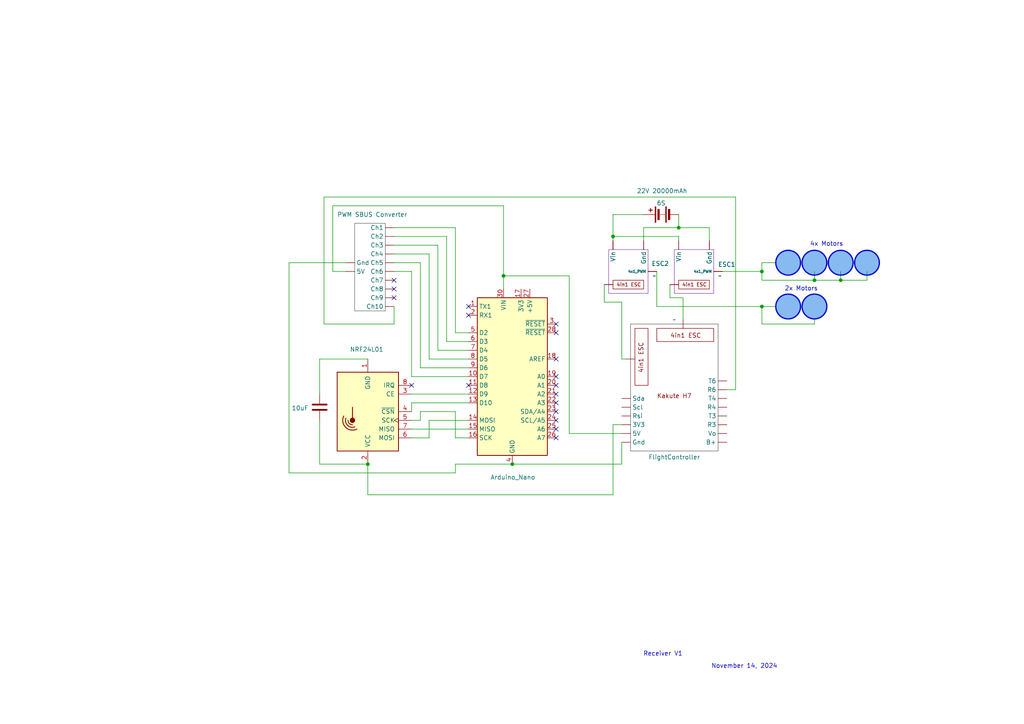
<source format=kicad_sch>
(kicad_sch (version 20231120) (generator "eeschema") (generator_version "8.0")
  (paper "A4")
  (lib_symbols
    (symbol "Device:Battery" (pin_numbers hide) (pin_names (offset 0) hide)
      (property "Reference" "BT" (at 2.54 2.54 0))
      (property "Value" "Battery" (at 2.54 0 0))
      (symbol "Battery_0_1"
        (rectangle (start -2.286 -1.27) (end 2.286 -1.524) (fill (type outline)))
        (rectangle (start -2.286 1.778) (end 2.286 1.524) (fill (type outline)))
        (rectangle (start -1.524 -2.032) (end 1.524 -2.54) (fill (type outline)))
        (rectangle (start -1.524 1.016) (end 1.524 0.508) (fill (type outline)))
        (polyline (pts (xy 0 -1.016) (xy 0 -0.762)))
        (polyline (pts (xy 0 -0.508) (xy 0 -0.254)))
        (polyline (pts (xy 0 0) (xy 0 0.254)))
        (polyline (pts (xy 0 1.778) (xy 0 2.54)))
        (polyline (pts (xy 0.762 3.048) (xy 1.778 3.048)) (stroke (width 0.254)))
        (polyline (pts (xy 1.27 3.556) (xy 1.27 2.54)) (stroke (width 0.254)))
      )
      (symbol "Battery_1_1"
        (pin passive line (at 0 5.08 270) (length 2.54) (name "+") (number "1"))
        (pin passive line (at 0 -5.08 90) (length 2.54) (name "-") (number "2"))
      )
    )
    (symbol "Device:C" (pin_numbers hide) (pin_names (offset 0.254))
      (property "Reference" "C" (at 0.635 2.54 0))
      (property "Value" "C" (at 0.635 -2.54 0))
      (symbol "C_0_1"
        (polyline (pts (xy -2.032 -0.762) (xy 2.032 -0.762)) (stroke (width 0.508)))
        (polyline (pts (xy -2.032 0.762) (xy 2.032 0.762)) (stroke (width 0.508)))
      )
      (symbol "C_1_1"
        (pin passive line (at 0 3.81 270) (length 2.794) (name "~") (number "1"))
        (pin passive line (at 0 -3.81 90) (length 2.794) (name "~") (number "2"))
      )
    )
    (symbol "MCU_Module:Arduino_Nano_Every"
      (property "Reference" "A" (at -10.16 23.495 0))
      (property "Value" "Arduino_Nano_Every" (at 5.08 -24.13 0))
      (symbol "Arduino_Nano_Every_0_1"
        (rectangle (start -10.16 22.86) (end 10.16 -22.86) (stroke (width 0.254)) (fill (type background)))
      )
      (symbol "Arduino_Nano_Every_1_1"
        (pin bidirectional line (at -12.7 20.32 0) (length 2.54) (name "TX1") (number "1"))
        (pin bidirectional line (at -12.7 0 0) (length 2.54) (name "D7") (number "10"))
        (pin bidirectional line (at -12.7 -2.54 0) (length 2.54) (name "D8") (number "11"))
        (pin bidirectional line (at -12.7 -5.08 0) (length 2.54) (name "D9") (number "12"))
        (pin bidirectional line (at -12.7 -7.62 0) (length 2.54) (name "D10") (number "13"))
        (pin bidirectional line (at -12.7 -12.7 0) (length 2.54) (name "MOSI") (number "14"))
        (pin bidirectional line (at -12.7 -15.24 0) (length 2.54) (name "MISO") (number "15"))
        (pin bidirectional line (at -12.7 -17.78 0) (length 2.54) (name "SCK") (number "16"))
        (pin power_out line (at 2.54 25.4 270) (length 2.54) (name "3V3") (number "17"))
        (pin input line (at 12.7 5.08 180) (length 2.54) (name "AREF") (number "18"))
        (pin bidirectional line (at 12.7 0 180) (length 2.54) (name "A0") (number "19"))
        (pin bidirectional line (at -12.7 17.78 0) (length 2.54) (name "RX1") (number "2"))
        (pin bidirectional line (at 12.7 -2.54 180) (length 2.54) (name "A1") (number "20"))
        (pin bidirectional line (at 12.7 -5.08 180) (length 2.54) (name "A2") (number "21"))
        (pin bidirectional line (at 12.7 -7.62 180) (length 2.54) (name "A3") (number "22"))
        (pin bidirectional line (at 12.7 -10.16 180) (length 2.54) (name "SDA/A4") (number "23"))
        (pin bidirectional line (at 12.7 -12.7 180) (length 2.54) (name "SCL/A5") (number "24"))
        (pin bidirectional line (at 12.7 -15.24 180) (length 2.54) (name "A6") (number "25"))
        (pin bidirectional line (at 12.7 -17.78 180) (length 2.54) (name "A7") (number "26"))
        (pin power_out line (at 5.08 25.4 270) (length 2.54) (name "+5V") (number "27"))
        (pin input line (at 12.7 12.7 180) (length 2.54) (name "~{RESET}") (number "28"))
        (pin passive line (at 0 -25.4 90) (length 2.54) hide (name "GND") (number "29"))
        (pin input line (at 12.7 15.24 180) (length 2.54) (name "~{RESET}") (number "3"))
        (pin power_in line (at -2.54 25.4 270) (length 2.54) (name "VIN") (number "30"))
        (pin power_in line (at 0 -25.4 90) (length 2.54) (name "GND") (number "4"))
        (pin bidirectional line (at -12.7 12.7 0) (length 2.54) (name "D2") (number "5"))
        (pin bidirectional line (at -12.7 10.16 0) (length 2.54) (name "D3") (number "6"))
        (pin bidirectional line (at -12.7 7.62 0) (length 2.54) (name "D4") (number "7"))
        (pin bidirectional line (at -12.7 5.08 0) (length 2.54) (name "D5") (number "8"))
        (pin bidirectional line (at -12.7 2.54 0) (length 2.54) (name "D6") (number "9"))
      )
    )
    (symbol "RF:NRF24L01_Breakout" (pin_names (offset 1.016))
      (property "Reference" "U" (at -8.89 12.7 0))
      (property "Value" "NRF24L01_Breakout" (at 3.81 12.7 0))
      (symbol "NRF24L01_Breakout_0_1"
        (rectangle (start -8.89 11.43) (end 8.89 -11.43) (stroke (width 0.254)) (fill (type background)))
        (polyline (pts (xy 4.445 1.905) (xy 4.445 -1.27)) (stroke (width 0.254)))
        (circle (center 4.445 2.54) (radius 0.635) (stroke (width 0.254)) (fill (type outline)))
        (arc (start 5.715 2.54) (mid 5.3521 3.4546) (end 4.445 3.81) (stroke (width 0.254)))
        (arc (start 6.35 1.905) (mid 5.8763 3.9854) (end 3.81 4.445) (stroke (width 0.254)))
        (arc (start 6.985 1.27) (mid 6.453 4.548) (end 3.175 5.08) (stroke (width 0.254)))
      )
      (symbol "NRF24L01_Breakout_1_1"
        (pin power_in line (at 0 -15.24 90) (length 3.81) (name "GND") (number "1"))
        (pin power_in line (at 0 15.24 270) (length 3.81) (name "VCC") (number "2"))
        (pin input line (at -12.7 -5.08 0) (length 3.81) (name "CE") (number "3"))
        (pin input line (at -12.7 0 0) (length 3.81) (name "~{CSN}") (number "4"))
        (pin input clock (at -12.7 2.54 0) (length 3.81) (name "SCK") (number "5"))
        (pin input line (at -12.7 7.62 0) (length 3.81) (name "MOSI") (number "6"))
        (pin output line (at -12.7 5.08 0) (length 3.81) (name "MISO") (number "7"))
        (pin output line (at -12.7 -7.62 0) (length 3.81) (name "IRQ") (number "8"))
      )
    )
    (symbol "SPCD_custom:ESC"
      (property "Reference" "ESC" (at 0 2.54 0))
      (symbol "ESC_1_1"
        (rectangle (start -6.35 6.35) (end 6.35 -5.08) (stroke (width 0) (color 140 69 172 1)))
        (rectangle (start -5.08 5.08) (end -2.54 -3.81))
        (text "4in1 ESC\n" (at -3.81 0.508 900) (effects (font (size 1.016 1.016))))
        (pin input line (at -3.81 7.62 270) (length 2.54) (name "") (number ""))
        (pin input line (at 0 -7.62 90) (length 2.54) (name "4x1_PWM") (number ""))
        (pin input line (at 8.89 -3.81 180) (length 2.54) (name "Gnd") (number ""))
        (pin input line (at 8.89 5.08 180) (length 2.54) (name "Vin") (number ""))
      )
    )
    (symbol "SPCD_custom:Kakute_H7"
      (property "Reference" "FC" (at 0 17.78 0))
      (symbol "Kakute_H7_1_1"
        (rectangle (start -12.7 16.51) (end 12.7 -20.32) (stroke (width 0) (color 99 99 99 1)))
        (rectangle (start -11.43 -19.05) (end 5.08 -15.24))
        (rectangle (start 7.62 -2.54) (end 11.43 -19.05))
        (text "4in1 ESC" (at -3.302 -17.018 0) (effects (font (size 1.27 1.27))))
        (text "4in1 ESC" (at 9.652 -10.668 900) (effects (font (size 1.27 1.27))))
        (text "Kakute H7" (at 0 0.508 0) (effects (font (size 1.27 1.27))))
        (pin input line (at -2.54 -21.59 90) (length 2.54) (name "") (number ""))
        (pin input line (at 13.97 -10.16 180) (length 2.54) (name "") (number ""))
        (pin input line (at 15.24 8.89 180) (length 2.54) (name "3V3") (number ""))
        (pin input line (at 15.24 11.43 180) (length 2.54) (name "5V") (number ""))
        (pin input line (at -15.24 13.97 0) (length 2.54) (name "B+") (number ""))
        (pin input line (at 15.24 13.97 180) (length 2.54) (name "Gnd") (number ""))
        (pin input line (at -15.24 8.89 0) (length 2.54) (name "R3") (number ""))
        (pin input line (at -15.24 3.81 0) (length 2.54) (name "R4") (number ""))
        (pin input line (at -15.24 -1.27 0) (length 2.54) (name "R6") (number ""))
        (pin input line (at 15.24 6.35 180) (length 2.54) (name "Rsi") (number ""))
        (pin input line (at 15.24 3.81 180) (length 2.54) (name "Scl") (number ""))
        (pin input line (at 15.24 1.27 180) (length 2.54) (name "Sda") (number ""))
        (pin input line (at -15.24 6.35 0) (length 2.54) (name "T3") (number ""))
        (pin input line (at -15.24 1.27 0) (length 2.54) (name "T4") (number ""))
        (pin input line (at -15.24 -3.81 0) (length 2.54) (name "T6") (number ""))
        (pin input line (at -15.24 11.43 0) (length 2.54) (name "Vo") (number ""))
      )
    )
    (symbol "SPCD_custom:PWM-SBUS"
      (property "Reference" "U" (at -0.762 13.97 0))
      (symbol "PWM-SBUS_1_1"
        (rectangle (start -5.08 12.7) (end 3.81 -12.7) (stroke (width 0) (color 106 106 106 1)))
        (pin input line (at -7.62 -1.27 0) (length 2.54) (name "5V") (number ""))
        (pin input line (at 6.35 11.43 180) (length 2.54) (name "Ch1") (number ""))
        (pin output line (at 6.35 -11.43 180) (length 2.54) (name "Ch10") (number ""))
        (pin input line (at 6.35 8.89 180) (length 2.54) (name "Ch2") (number ""))
        (pin input line (at 6.35 6.35 180) (length 2.54) (name "Ch3") (number ""))
        (pin input line (at 6.35 3.81 180) (length 2.54) (name "Ch4") (number ""))
        (pin input line (at 6.35 1.27 180) (length 2.54) (name "Ch5") (number ""))
        (pin input line (at 6.35 -1.27 180) (length 2.54) (name "Ch6") (number ""))
        (pin input line (at 6.35 -3.81 180) (length 2.54) (name "Ch7") (number ""))
        (pin input line (at 6.35 -6.35 180) (length 2.54) (name "Ch8") (number ""))
        (pin input line (at 6.35 -8.89 180) (length 2.54) (name "Ch9") (number ""))
        (pin input line (at -7.62 1.27 0) (length 2.54) (name "Gnd") (number ""))
      )
    )
  )
  (junction (at 236.22 81.28))
  (junction (at 243.84 81.28))
  (junction (at 220.98 88.9))
  (junction (at 220.98 78.74))
  (junction (at 148.59 134.62))
  (junction (at 106.68 134.62))
  (junction (at 146.05 80.01))
  (junction (at 177.8 68.58))
  (junction (at 196.85 66.04))
  (no_connect (at 161.29 104.14))
  (no_connect (at 161.29 124.46))
  (no_connect (at 161.29 114.3))
  (no_connect (at 161.29 93.98))
  (no_connect (at 114.3 81.28))
  (no_connect (at 161.29 96.52))
  (no_connect (at 161.29 109.22))
  (no_connect (at 161.29 121.92))
  (no_connect (at 161.29 127))
  (no_connect (at 135.89 88.9))
  (no_connect (at 119.38 111.76))
  (no_connect (at 135.89 111.76))
  (no_connect (at 135.89 91.44))
  (no_connect (at 161.29 119.38))
  (no_connect (at 161.29 116.84))
  (no_connect (at 114.3 83.82))
  (no_connect (at 161.29 111.76))
  (no_connect (at 114.3 86.36))
  (wire (pts (xy 175.26 82.55) (xy 175.26 87.63)))
  (wire (pts (xy 180.34 134.62) (xy 180.34 128.27)))
  (wire (pts (xy 124.46 104.14) (xy 124.46 73.66)))
  (wire (pts (xy 119.38 124.46) (xy 135.89 124.46)))
  (wire (pts (xy 177.8 69.85) (xy 177.8 68.58)))
  (wire (pts (xy 186.69 66.04) (xy 196.85 66.04)))
  (wire (pts (xy 132.08 119.38) (xy 132.08 127)))
  (wire (pts (xy 146.05 59.69) (xy 96.52 59.69)))
  (wire (pts (xy 114.3 68.58) (xy 129.54 68.58)))
  (wire (pts (xy 127 101.6) (xy 127 71.12)))
  (wire (pts (xy 198.12 92.71) (xy 198.12 86.36)))
  (wire (pts (xy 220.98 76.2) (xy 220.98 78.74)))
  (wire (pts (xy 165.1 80.01) (xy 146.05 80.01)))
  (wire (pts (xy 190.5 78.74) (xy 190.5 88.9)))
  (wire (pts (xy 213.36 113.03) (xy 210.82 113.03)))
  (wire (pts (xy 220.98 76.2) (xy 224.79 76.2)))
  (wire (pts (xy 119.38 114.3) (xy 135.89 114.3)))
  (wire (pts (xy 92.71 104.14) (xy 92.71 114.3)))
  (wire (pts (xy 220.98 93.98) (xy 236.22 93.98)))
  (wire (pts (xy 114.3 93.98) (xy 93.98 93.98)))
  (wire (pts (xy 119.38 116.84) (xy 119.38 119.38)))
  (wire (pts (xy 83.82 76.2) (xy 83.82 137.16)))
  (wire (pts (xy 196.85 69.85) (xy 196.85 68.58)))
  (wire (pts (xy 114.3 88.9) (xy 114.3 93.98)))
  (wire (pts (xy 135.89 99.06) (xy 129.54 99.06)))
  (wire (pts (xy 106.68 143.51) (xy 106.68 134.62)))
  (wire (pts (xy 220.98 81.28) (xy 236.22 81.28)))
  (wire (pts (xy 135.89 116.84) (xy 119.38 116.84)))
  (wire (pts (xy 132.08 127) (xy 135.89 127)))
  (wire (pts (xy 106.68 104.14) (xy 92.71 104.14)))
  (wire (pts (xy 135.89 106.68) (xy 121.92 106.68)))
  (wire (pts (xy 124.46 121.92) (xy 135.89 121.92)))
  (wire (pts (xy 243.84 78.74) (xy 243.84 81.28)))
  (wire (pts (xy 132.08 96.52) (xy 132.08 66.04)))
  (wire (pts (xy 114.3 73.66) (xy 124.46 73.66)))
  (wire (pts (xy 220.98 88.9) (xy 220.98 93.98)))
  (wire (pts (xy 177.8 143.51) (xy 106.68 143.51)))
  (wire (pts (xy 177.8 68.58) (xy 177.8 62.23)))
  (wire (pts (xy 209.55 78.74) (xy 220.98 78.74)))
  (wire (pts (xy 198.12 86.36) (xy 194.31 86.36)))
  (wire (pts (xy 114.3 71.12) (xy 127 71.12)))
  (wire (pts (xy 83.82 137.16) (xy 132.08 137.16)))
  (wire (pts (xy 180.34 104.14) (xy 180.34 87.63)))
  (wire (pts (xy 119.38 121.92) (xy 121.92 121.92)))
  (wire (pts (xy 190.5 88.9) (xy 220.98 88.9)))
  (wire (pts (xy 135.89 96.52) (xy 132.08 96.52)))
  (wire (pts (xy 106.68 134.62) (xy 92.71 134.62)))
  (wire (pts (xy 177.8 62.23) (xy 186.69 62.23)))
  (wire (pts (xy 243.84 81.28) (xy 251.46 81.28)))
  (wire (pts (xy 251.46 78.74) (xy 251.46 81.28)))
  (wire (pts (xy 119.38 109.22) (xy 119.38 78.74)))
  (wire (pts (xy 121.92 106.68) (xy 121.92 76.2)))
  (wire (pts (xy 132.08 137.16) (xy 132.08 134.62)))
  (wire (pts (xy 93.98 57.15) (xy 213.36 57.15)))
  (wire (pts (xy 132.08 66.04) (xy 114.3 66.04)))
  (wire (pts (xy 146.05 80.01) (xy 146.05 83.82)))
  (wire (pts (xy 92.71 134.62) (xy 92.71 121.92)))
  (wire (pts (xy 83.82 76.2) (xy 100.33 76.2)))
  (wire (pts (xy 96.52 78.74) (xy 100.33 78.74)))
  (wire (pts (xy 135.89 104.14) (xy 124.46 104.14)))
  (wire (pts (xy 180.34 104.14) (xy 181.61 104.14)))
  (wire (pts (xy 220.98 88.9) (xy 224.79 88.9)))
  (wire (pts (xy 124.46 127) (xy 124.46 121.92)))
  (wire (pts (xy 146.05 80.01) (xy 146.05 59.69)))
  (wire (pts (xy 236.22 92.71) (xy 236.22 93.98)))
  (wire (pts (xy 121.92 119.38) (xy 132.08 119.38)))
  (wire (pts (xy 148.59 134.62) (xy 180.34 134.62)))
  (wire (pts (xy 129.54 99.06) (xy 129.54 68.58)))
  (wire (pts (xy 186.69 69.85) (xy 186.69 66.04)))
  (wire (pts (xy 135.89 109.22) (xy 119.38 109.22)))
  (wire (pts (xy 121.92 121.92) (xy 121.92 119.38)))
  (wire (pts (xy 165.1 125.73) (xy 165.1 80.01)))
  (wire (pts (xy 220.98 78.74) (xy 220.98 81.28)))
  (wire (pts (xy 205.74 66.04) (xy 196.85 66.04)))
  (wire (pts (xy 119.38 78.74) (xy 114.3 78.74)))
  (wire (pts (xy 196.85 68.58) (xy 177.8 68.58)))
  (wire (pts (xy 96.52 59.69) (xy 96.52 78.74)))
  (wire (pts (xy 177.8 123.19) (xy 177.8 143.51)))
  (wire (pts (xy 236.22 81.28) (xy 243.84 81.28)))
  (wire (pts (xy 165.1 125.73) (xy 180.34 125.73)))
  (wire (pts (xy 121.92 76.2) (xy 114.3 76.2)))
  (wire (pts (xy 132.08 134.62) (xy 148.59 134.62)))
  (wire (pts (xy 236.22 78.74) (xy 236.22 81.28)))
  (wire (pts (xy 119.38 127) (xy 124.46 127)))
  (wire (pts (xy 213.36 57.15) (xy 213.36 113.03)))
  (wire (pts (xy 196.85 66.04) (xy 196.85 62.23)))
  (wire (pts (xy 135.89 101.6) (xy 127 101.6)))
  (wire (pts (xy 194.31 82.55) (xy 194.31 86.36)))
  (wire (pts (xy 180.34 123.19) (xy 177.8 123.19)))
  (wire (pts (xy 175.26 87.63) (xy 180.34 87.63)))
  (wire (pts (xy 205.74 69.85) (xy 205.74 66.04)))
  (wire (pts (xy 93.98 93.98) (xy 93.98 57.15)))
  (circle (center 243.84 76.2) (radius 3.5921) (stroke (width 0.381)) (fill (type color) (color 135 186 241 1)))
  (circle (center 236.22 88.9) (radius 3.5921) (stroke (width 0.381)) (fill (type color) (color 135 186 241 1)))
  (circle (center 251.46 76.2) (radius 3.5921) (stroke (width 0.381)) (fill (type color) (color 135 186 241 1)))
  (circle (center 228.6 76.2) (radius 3.5921) (stroke (width 0.381)) (fill (type color) (color 135 186 241 1)))
  (circle (center 228.6 88.9) (radius 3.5921) (stroke (width 0.381)) (fill (type color) (color 135 186 241 1)))
  (circle (center 236.22 76.2) (radius 3.5921) (stroke (width 0.381)) (fill (type color) (color 135 186 241 1)))
  (text "November 14, 2024" (at 215.9 193.294 0) (effects (font (size 1.27 1.27))))
  (text "Receiver V1" (at 192.278 189.738 0) (effects (font (size 1.27 1.27))))
  (text "2x Motors" (at 232.41 83.82 0) (effects (font (size 1.27 1.27))))
  (text "4x Motors" (at 239.776 70.866 0) (effects (font (size 1.27 1.27))))
  (symbol (lib_name "SPCD_custom:ESC") (lib_id "SPCD_custom:ESC") (at 201.93 78.74 90) (unit 1)
    (property "Reference" "ESC1" (at 208.28 76.708 90) (effects (justify right)))
    (property "Value" "~" (at 208.28 80.01 90) (effects (justify right)))
  )
  (symbol (lib_id "MCU_Module:Arduino_Nano_Every") (at 148.59 109.22 0) (unit 1)
    (property "Reference" "A1" (effects (hide yes)))
    (property "Value" "Arduino_Nano" (at 142.24 138.43 0) (effects (justify left)))
    (property "Footprint" "Module:Arduino_Nano" (effects (hide yes)))
    (property "Datasheet" "https://content.arduino.cc/assets/NANOEveryV3.0_sch.pdf" (effects (hide yes)))
    (property "Description" "Arduino Nano Every" (effects (hide yes)))
  )
  (symbol (lib_id "Device:C") (at 92.71 118.11 180) (unit 1)
    (property "Reference" "C1" (effects (hide yes)))
    (property "Value" "10uF" (at 84.582 118.364 0) (effects (justify right)))
    (property "Description" "Unpolarized capacitor" (effects (hide yes)))
  )
  (symbol (lib_name "SPCD_custom:ESC") (lib_id "SPCD_custom:ESC") (at 182.88 78.74 90) (unit 1)
    (property "Reference" "ESC2" (at 188.976 76.454 90) (effects (justify right)))
    (property "Value" "~" (at 189.23 80.01 90) (effects (justify right)))
  )
  (symbol (lib_id "SPCD_custom:Kakute_H7") (at 195.58 114.3 180) (unit 1)
    (property "Reference" "FlightController" (at 195.58 132.588 0))
    (property "Value" "~" (at 195.58 92.71 0))
  )
  (symbol (lib_id "RF:NRF24L01_Breakout") (at 106.68 119.38 180) (unit 1)
    (property "Reference" "U1" (effects (hide yes)))
    (property "Value" "NRF24L01" (at 111.252 101.346 0) (effects (justify left)))
    (property "Footprint" "RF_Module:nRF24L01_Breakout" (effects (hide yes)))
    (property "Datasheet" "http://www.nordicsemi.com/eng/content/download/2730/34105/file/nRF24L01_Product_Specification_v2_0.pdf" (effects (hide yes)))
    (property "Description" "Ultra low power 2.4GHz RF Transceiver, Carrier PCB" (effects (hide yes)))
  )
  (symbol (lib_id "SPCD_custom:PWM-SBUS") (at 107.95 77.47 0) (unit 1)
    (property "Reference" "U2" (effects (hide yes)))
    (property "Value" "PWM SBUS Converter" (at 107.95 62.23 0))
  )
  (symbol (lib_id "Device:Battery") (at 191.77 62.23 90) (unit 1)
    (property "Reference" "6S" (at 191.77 58.928 90))
    (property "Value" "22V 20000mAh" (at 192.024 55.372 90))
    (property "Description" "Multiple-cell battery" (effects (hide yes)))
  )
)
</source>
